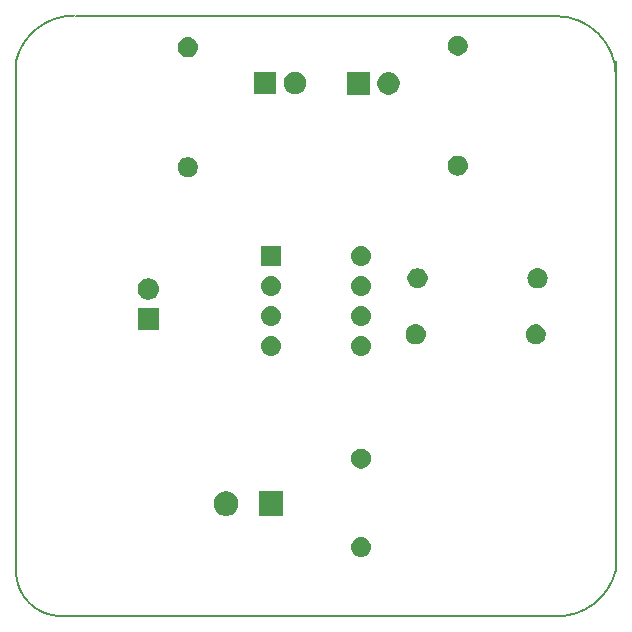
<source format=gbr>
G04 #@! TF.GenerationSoftware,KiCad,Pcbnew,(5.0.2)-1*
G04 #@! TF.CreationDate,2019-03-28T21:57:09+05:00*
G04 #@! TF.ProjectId,LM555Blinky,4c4d3535-3542-46c6-996e-6b792e6b6963,rev?*
G04 #@! TF.SameCoordinates,Original*
G04 #@! TF.FileFunction,Soldermask,Bot*
G04 #@! TF.FilePolarity,Negative*
%FSLAX46Y46*%
G04 Gerber Fmt 4.6, Leading zero omitted, Abs format (unit mm)*
G04 Created by KiCad (PCBNEW (5.0.2)-1) date 3/28/2019 9:57:09 PM*
%MOMM*%
%LPD*%
G01*
G04 APERTURE LIST*
%ADD10C,0.150000*%
%ADD11C,0.100000*%
G04 APERTURE END LIST*
D10*
X210820000Y-63500000D02*
G75*
G02X215900000Y-68580000I0J-5080000D01*
G01*
X165100000Y-67310000D02*
G75*
G02X170028324Y-63462081I4928324J-1232081D01*
G01*
X215865426Y-110481356D02*
G75*
G02X210820000Y-114300000I-4893750J1223437D01*
G01*
X168910000Y-114300000D02*
G75*
G02X165100000Y-110490000I0J3810000D01*
G01*
X165100000Y-110490000D02*
X165100000Y-67310000D01*
X168910000Y-114300000D02*
X210820000Y-114300000D01*
X215900000Y-67310000D02*
X215900000Y-110490000D01*
X170180000Y-63500000D02*
X210820000Y-63500000D01*
D11*
G36*
X194476821Y-107626313D02*
X194476824Y-107626314D01*
X194476825Y-107626314D01*
X194637239Y-107674975D01*
X194637241Y-107674976D01*
X194637244Y-107674977D01*
X194785078Y-107753995D01*
X194914659Y-107860341D01*
X195021005Y-107989922D01*
X195100023Y-108137756D01*
X195148687Y-108298179D01*
X195165117Y-108465000D01*
X195148687Y-108631821D01*
X195100023Y-108792244D01*
X195021005Y-108940078D01*
X194914659Y-109069659D01*
X194785078Y-109176005D01*
X194637244Y-109255023D01*
X194637241Y-109255024D01*
X194637239Y-109255025D01*
X194476825Y-109303686D01*
X194476824Y-109303686D01*
X194476821Y-109303687D01*
X194351804Y-109316000D01*
X194268196Y-109316000D01*
X194143179Y-109303687D01*
X194143176Y-109303686D01*
X194143175Y-109303686D01*
X193982761Y-109255025D01*
X193982759Y-109255024D01*
X193982756Y-109255023D01*
X193834922Y-109176005D01*
X193705341Y-109069659D01*
X193598995Y-108940078D01*
X193519977Y-108792244D01*
X193471313Y-108631821D01*
X193454883Y-108465000D01*
X193471313Y-108298179D01*
X193519977Y-108137756D01*
X193598995Y-107989922D01*
X193705341Y-107860341D01*
X193834922Y-107753995D01*
X193982756Y-107674977D01*
X193982759Y-107674976D01*
X193982761Y-107674975D01*
X194143175Y-107626314D01*
X194143176Y-107626314D01*
X194143179Y-107626313D01*
X194268196Y-107614000D01*
X194351804Y-107614000D01*
X194476821Y-107626313D01*
X194476821Y-107626313D01*
G37*
G36*
X187741000Y-105826000D02*
X185639000Y-105826000D01*
X185639000Y-103724000D01*
X187741000Y-103724000D01*
X187741000Y-105826000D01*
X187741000Y-105826000D01*
G37*
G36*
X183196565Y-103764389D02*
X183387834Y-103843615D01*
X183559976Y-103958637D01*
X183706363Y-104105024D01*
X183821385Y-104277166D01*
X183900611Y-104468435D01*
X183941000Y-104671484D01*
X183941000Y-104878516D01*
X183900611Y-105081565D01*
X183821385Y-105272834D01*
X183706363Y-105444976D01*
X183559976Y-105591363D01*
X183387834Y-105706385D01*
X183196565Y-105785611D01*
X182993516Y-105826000D01*
X182786484Y-105826000D01*
X182583435Y-105785611D01*
X182392166Y-105706385D01*
X182220024Y-105591363D01*
X182073637Y-105444976D01*
X181958615Y-105272834D01*
X181879389Y-105081565D01*
X181839000Y-104878516D01*
X181839000Y-104671484D01*
X181879389Y-104468435D01*
X181958615Y-104277166D01*
X182073637Y-104105024D01*
X182220024Y-103958637D01*
X182392166Y-103843615D01*
X182583435Y-103764389D01*
X182786484Y-103724000D01*
X182993516Y-103724000D01*
X183196565Y-103764389D01*
X183196565Y-103764389D01*
G37*
G36*
X194558228Y-100146703D02*
X194713100Y-100210853D01*
X194852481Y-100303985D01*
X194971015Y-100422519D01*
X195064147Y-100561900D01*
X195128297Y-100716772D01*
X195161000Y-100881184D01*
X195161000Y-101048816D01*
X195128297Y-101213228D01*
X195064147Y-101368100D01*
X194971015Y-101507481D01*
X194852481Y-101626015D01*
X194713100Y-101719147D01*
X194558228Y-101783297D01*
X194393816Y-101816000D01*
X194226184Y-101816000D01*
X194061772Y-101783297D01*
X193906900Y-101719147D01*
X193767519Y-101626015D01*
X193648985Y-101507481D01*
X193555853Y-101368100D01*
X193491703Y-101213228D01*
X193459000Y-101048816D01*
X193459000Y-100881184D01*
X193491703Y-100716772D01*
X193555853Y-100561900D01*
X193648985Y-100422519D01*
X193767519Y-100303985D01*
X193906900Y-100210853D01*
X194061772Y-100146703D01*
X194226184Y-100114000D01*
X194393816Y-100114000D01*
X194558228Y-100146703D01*
X194558228Y-100146703D01*
G37*
G36*
X186856821Y-90601313D02*
X186856824Y-90601314D01*
X186856825Y-90601314D01*
X187017239Y-90649975D01*
X187017241Y-90649976D01*
X187017244Y-90649977D01*
X187165078Y-90728995D01*
X187294659Y-90835341D01*
X187401005Y-90964922D01*
X187480023Y-91112756D01*
X187480024Y-91112759D01*
X187480025Y-91112761D01*
X187518629Y-91240023D01*
X187528687Y-91273179D01*
X187545117Y-91440000D01*
X187528687Y-91606821D01*
X187480023Y-91767244D01*
X187401005Y-91915078D01*
X187294659Y-92044659D01*
X187165078Y-92151005D01*
X187017244Y-92230023D01*
X187017241Y-92230024D01*
X187017239Y-92230025D01*
X186856825Y-92278686D01*
X186856824Y-92278686D01*
X186856821Y-92278687D01*
X186731804Y-92291000D01*
X186648196Y-92291000D01*
X186523179Y-92278687D01*
X186523176Y-92278686D01*
X186523175Y-92278686D01*
X186362761Y-92230025D01*
X186362759Y-92230024D01*
X186362756Y-92230023D01*
X186214922Y-92151005D01*
X186085341Y-92044659D01*
X185978995Y-91915078D01*
X185899977Y-91767244D01*
X185851313Y-91606821D01*
X185834883Y-91440000D01*
X185851313Y-91273179D01*
X185861371Y-91240023D01*
X185899975Y-91112761D01*
X185899976Y-91112759D01*
X185899977Y-91112756D01*
X185978995Y-90964922D01*
X186085341Y-90835341D01*
X186214922Y-90728995D01*
X186362756Y-90649977D01*
X186362759Y-90649976D01*
X186362761Y-90649975D01*
X186523175Y-90601314D01*
X186523176Y-90601314D01*
X186523179Y-90601313D01*
X186648196Y-90589000D01*
X186731804Y-90589000D01*
X186856821Y-90601313D01*
X186856821Y-90601313D01*
G37*
G36*
X194476821Y-90601313D02*
X194476824Y-90601314D01*
X194476825Y-90601314D01*
X194637239Y-90649975D01*
X194637241Y-90649976D01*
X194637244Y-90649977D01*
X194785078Y-90728995D01*
X194914659Y-90835341D01*
X195021005Y-90964922D01*
X195100023Y-91112756D01*
X195100024Y-91112759D01*
X195100025Y-91112761D01*
X195138629Y-91240023D01*
X195148687Y-91273179D01*
X195165117Y-91440000D01*
X195148687Y-91606821D01*
X195100023Y-91767244D01*
X195021005Y-91915078D01*
X194914659Y-92044659D01*
X194785078Y-92151005D01*
X194637244Y-92230023D01*
X194637241Y-92230024D01*
X194637239Y-92230025D01*
X194476825Y-92278686D01*
X194476824Y-92278686D01*
X194476821Y-92278687D01*
X194351804Y-92291000D01*
X194268196Y-92291000D01*
X194143179Y-92278687D01*
X194143176Y-92278686D01*
X194143175Y-92278686D01*
X193982761Y-92230025D01*
X193982759Y-92230024D01*
X193982756Y-92230023D01*
X193834922Y-92151005D01*
X193705341Y-92044659D01*
X193598995Y-91915078D01*
X193519977Y-91767244D01*
X193471313Y-91606821D01*
X193454883Y-91440000D01*
X193471313Y-91273179D01*
X193481371Y-91240023D01*
X193519975Y-91112761D01*
X193519976Y-91112759D01*
X193519977Y-91112756D01*
X193598995Y-90964922D01*
X193705341Y-90835341D01*
X193834922Y-90728995D01*
X193982756Y-90649977D01*
X193982759Y-90649976D01*
X193982761Y-90649975D01*
X194143175Y-90601314D01*
X194143176Y-90601314D01*
X194143179Y-90601313D01*
X194268196Y-90589000D01*
X194351804Y-90589000D01*
X194476821Y-90601313D01*
X194476821Y-90601313D01*
G37*
G36*
X199106821Y-89611313D02*
X199106824Y-89611314D01*
X199106825Y-89611314D01*
X199267239Y-89659975D01*
X199267241Y-89659976D01*
X199267244Y-89659977D01*
X199415078Y-89738995D01*
X199544659Y-89845341D01*
X199651005Y-89974922D01*
X199730023Y-90122756D01*
X199730024Y-90122759D01*
X199730025Y-90122761D01*
X199778686Y-90283175D01*
X199778687Y-90283179D01*
X199795117Y-90450000D01*
X199778687Y-90616821D01*
X199778686Y-90616824D01*
X199778686Y-90616825D01*
X199744660Y-90728995D01*
X199730023Y-90777244D01*
X199651005Y-90925078D01*
X199544659Y-91054659D01*
X199415078Y-91161005D01*
X199267244Y-91240023D01*
X199267241Y-91240024D01*
X199267239Y-91240025D01*
X199106825Y-91288686D01*
X199106824Y-91288686D01*
X199106821Y-91288687D01*
X198981804Y-91301000D01*
X198898196Y-91301000D01*
X198773179Y-91288687D01*
X198773176Y-91288686D01*
X198773175Y-91288686D01*
X198612761Y-91240025D01*
X198612759Y-91240024D01*
X198612756Y-91240023D01*
X198464922Y-91161005D01*
X198335341Y-91054659D01*
X198228995Y-90925078D01*
X198149977Y-90777244D01*
X198135341Y-90728995D01*
X198101314Y-90616825D01*
X198101314Y-90616824D01*
X198101313Y-90616821D01*
X198084883Y-90450000D01*
X198101313Y-90283179D01*
X198101314Y-90283175D01*
X198149975Y-90122761D01*
X198149976Y-90122759D01*
X198149977Y-90122756D01*
X198228995Y-89974922D01*
X198335341Y-89845341D01*
X198464922Y-89738995D01*
X198612756Y-89659977D01*
X198612759Y-89659976D01*
X198612761Y-89659975D01*
X198773175Y-89611314D01*
X198773176Y-89611314D01*
X198773179Y-89611313D01*
X198898196Y-89599000D01*
X198981804Y-89599000D01*
X199106821Y-89611313D01*
X199106821Y-89611313D01*
G37*
G36*
X209348228Y-89631703D02*
X209503100Y-89695853D01*
X209642481Y-89788985D01*
X209761015Y-89907519D01*
X209854147Y-90046900D01*
X209918297Y-90201772D01*
X209951000Y-90366184D01*
X209951000Y-90533816D01*
X209918297Y-90698228D01*
X209854147Y-90853100D01*
X209761015Y-90992481D01*
X209642481Y-91111015D01*
X209503100Y-91204147D01*
X209348228Y-91268297D01*
X209183816Y-91301000D01*
X209016184Y-91301000D01*
X208851772Y-91268297D01*
X208696900Y-91204147D01*
X208557519Y-91111015D01*
X208438985Y-90992481D01*
X208345853Y-90853100D01*
X208281703Y-90698228D01*
X208249000Y-90533816D01*
X208249000Y-90366184D01*
X208281703Y-90201772D01*
X208345853Y-90046900D01*
X208438985Y-89907519D01*
X208557519Y-89788985D01*
X208696900Y-89695853D01*
X208851772Y-89631703D01*
X209016184Y-89599000D01*
X209183816Y-89599000D01*
X209348228Y-89631703D01*
X209348228Y-89631703D01*
G37*
G36*
X177201000Y-90051000D02*
X175399000Y-90051000D01*
X175399000Y-88249000D01*
X177201000Y-88249000D01*
X177201000Y-90051000D01*
X177201000Y-90051000D01*
G37*
G36*
X194476821Y-88061313D02*
X194476824Y-88061314D01*
X194476825Y-88061314D01*
X194637239Y-88109975D01*
X194637241Y-88109976D01*
X194637244Y-88109977D01*
X194785078Y-88188995D01*
X194914659Y-88295341D01*
X195021005Y-88424922D01*
X195100023Y-88572756D01*
X195148687Y-88733179D01*
X195165117Y-88900000D01*
X195148687Y-89066821D01*
X195100023Y-89227244D01*
X195021005Y-89375078D01*
X194914659Y-89504659D01*
X194785078Y-89611005D01*
X194637244Y-89690023D01*
X194637241Y-89690024D01*
X194637239Y-89690025D01*
X194476825Y-89738686D01*
X194476824Y-89738686D01*
X194476821Y-89738687D01*
X194351804Y-89751000D01*
X194268196Y-89751000D01*
X194143179Y-89738687D01*
X194143176Y-89738686D01*
X194143175Y-89738686D01*
X193982761Y-89690025D01*
X193982759Y-89690024D01*
X193982756Y-89690023D01*
X193834922Y-89611005D01*
X193705341Y-89504659D01*
X193598995Y-89375078D01*
X193519977Y-89227244D01*
X193471313Y-89066821D01*
X193454883Y-88900000D01*
X193471313Y-88733179D01*
X193519977Y-88572756D01*
X193598995Y-88424922D01*
X193705341Y-88295341D01*
X193834922Y-88188995D01*
X193982756Y-88109977D01*
X193982759Y-88109976D01*
X193982761Y-88109975D01*
X194143175Y-88061314D01*
X194143176Y-88061314D01*
X194143179Y-88061313D01*
X194268196Y-88049000D01*
X194351804Y-88049000D01*
X194476821Y-88061313D01*
X194476821Y-88061313D01*
G37*
G36*
X186856821Y-88061313D02*
X186856824Y-88061314D01*
X186856825Y-88061314D01*
X187017239Y-88109975D01*
X187017241Y-88109976D01*
X187017244Y-88109977D01*
X187165078Y-88188995D01*
X187294659Y-88295341D01*
X187401005Y-88424922D01*
X187480023Y-88572756D01*
X187528687Y-88733179D01*
X187545117Y-88900000D01*
X187528687Y-89066821D01*
X187480023Y-89227244D01*
X187401005Y-89375078D01*
X187294659Y-89504659D01*
X187165078Y-89611005D01*
X187017244Y-89690023D01*
X187017241Y-89690024D01*
X187017239Y-89690025D01*
X186856825Y-89738686D01*
X186856824Y-89738686D01*
X186856821Y-89738687D01*
X186731804Y-89751000D01*
X186648196Y-89751000D01*
X186523179Y-89738687D01*
X186523176Y-89738686D01*
X186523175Y-89738686D01*
X186362761Y-89690025D01*
X186362759Y-89690024D01*
X186362756Y-89690023D01*
X186214922Y-89611005D01*
X186085341Y-89504659D01*
X185978995Y-89375078D01*
X185899977Y-89227244D01*
X185851313Y-89066821D01*
X185834883Y-88900000D01*
X185851313Y-88733179D01*
X185899977Y-88572756D01*
X185978995Y-88424922D01*
X186085341Y-88295341D01*
X186214922Y-88188995D01*
X186362756Y-88109977D01*
X186362759Y-88109976D01*
X186362761Y-88109975D01*
X186523175Y-88061314D01*
X186523176Y-88061314D01*
X186523179Y-88061313D01*
X186648196Y-88049000D01*
X186731804Y-88049000D01*
X186856821Y-88061313D01*
X186856821Y-88061313D01*
G37*
G36*
X176410443Y-85715519D02*
X176476627Y-85722037D01*
X176586416Y-85755341D01*
X176646467Y-85773557D01*
X176785087Y-85847652D01*
X176802991Y-85857222D01*
X176814687Y-85866821D01*
X176940186Y-85969814D01*
X177023448Y-86071271D01*
X177052778Y-86107009D01*
X177052779Y-86107011D01*
X177136443Y-86263533D01*
X177136443Y-86263534D01*
X177187963Y-86433373D01*
X177205359Y-86610000D01*
X177187963Y-86786627D01*
X177153616Y-86899853D01*
X177136443Y-86956467D01*
X177132064Y-86964659D01*
X177052778Y-87112991D01*
X177023448Y-87148729D01*
X176940186Y-87250186D01*
X176838729Y-87333448D01*
X176802991Y-87362778D01*
X176802989Y-87362779D01*
X176646467Y-87446443D01*
X176589853Y-87463616D01*
X176476627Y-87497963D01*
X176410443Y-87504481D01*
X176344260Y-87511000D01*
X176255740Y-87511000D01*
X176189557Y-87504481D01*
X176123373Y-87497963D01*
X176010147Y-87463616D01*
X175953533Y-87446443D01*
X175797011Y-87362779D01*
X175797009Y-87362778D01*
X175761271Y-87333448D01*
X175659814Y-87250186D01*
X175576552Y-87148729D01*
X175547222Y-87112991D01*
X175467936Y-86964659D01*
X175463557Y-86956467D01*
X175446384Y-86899853D01*
X175412037Y-86786627D01*
X175394641Y-86610000D01*
X175412037Y-86433373D01*
X175463557Y-86263534D01*
X175463557Y-86263533D01*
X175547221Y-86107011D01*
X175547222Y-86107009D01*
X175576552Y-86071271D01*
X175659814Y-85969814D01*
X175785313Y-85866821D01*
X175797009Y-85857222D01*
X175814913Y-85847652D01*
X175953533Y-85773557D01*
X176013584Y-85755341D01*
X176123373Y-85722037D01*
X176189557Y-85715519D01*
X176255740Y-85709000D01*
X176344260Y-85709000D01*
X176410443Y-85715519D01*
X176410443Y-85715519D01*
G37*
G36*
X194476821Y-85521313D02*
X194476824Y-85521314D01*
X194476825Y-85521314D01*
X194637239Y-85569975D01*
X194637241Y-85569976D01*
X194637244Y-85569977D01*
X194785078Y-85648995D01*
X194914659Y-85755341D01*
X195021005Y-85884922D01*
X195100023Y-86032756D01*
X195148687Y-86193179D01*
X195165117Y-86360000D01*
X195148687Y-86526821D01*
X195148686Y-86526824D01*
X195148686Y-86526825D01*
X195141353Y-86551000D01*
X195100023Y-86687244D01*
X195021005Y-86835078D01*
X194914659Y-86964659D01*
X194785078Y-87071005D01*
X194637244Y-87150023D01*
X194637241Y-87150024D01*
X194637239Y-87150025D01*
X194476825Y-87198686D01*
X194476824Y-87198686D01*
X194476821Y-87198687D01*
X194351804Y-87211000D01*
X194268196Y-87211000D01*
X194143179Y-87198687D01*
X194143176Y-87198686D01*
X194143175Y-87198686D01*
X193982761Y-87150025D01*
X193982759Y-87150024D01*
X193982756Y-87150023D01*
X193834922Y-87071005D01*
X193705341Y-86964659D01*
X193598995Y-86835078D01*
X193519977Y-86687244D01*
X193478648Y-86551000D01*
X193471314Y-86526825D01*
X193471314Y-86526824D01*
X193471313Y-86526821D01*
X193454883Y-86360000D01*
X193471313Y-86193179D01*
X193519977Y-86032756D01*
X193598995Y-85884922D01*
X193705341Y-85755341D01*
X193834922Y-85648995D01*
X193982756Y-85569977D01*
X193982759Y-85569976D01*
X193982761Y-85569975D01*
X194143175Y-85521314D01*
X194143176Y-85521314D01*
X194143179Y-85521313D01*
X194268196Y-85509000D01*
X194351804Y-85509000D01*
X194476821Y-85521313D01*
X194476821Y-85521313D01*
G37*
G36*
X186856821Y-85521313D02*
X186856824Y-85521314D01*
X186856825Y-85521314D01*
X187017239Y-85569975D01*
X187017241Y-85569976D01*
X187017244Y-85569977D01*
X187165078Y-85648995D01*
X187294659Y-85755341D01*
X187401005Y-85884922D01*
X187480023Y-86032756D01*
X187528687Y-86193179D01*
X187545117Y-86360000D01*
X187528687Y-86526821D01*
X187528686Y-86526824D01*
X187528686Y-86526825D01*
X187521353Y-86551000D01*
X187480023Y-86687244D01*
X187401005Y-86835078D01*
X187294659Y-86964659D01*
X187165078Y-87071005D01*
X187017244Y-87150023D01*
X187017241Y-87150024D01*
X187017239Y-87150025D01*
X186856825Y-87198686D01*
X186856824Y-87198686D01*
X186856821Y-87198687D01*
X186731804Y-87211000D01*
X186648196Y-87211000D01*
X186523179Y-87198687D01*
X186523176Y-87198686D01*
X186523175Y-87198686D01*
X186362761Y-87150025D01*
X186362759Y-87150024D01*
X186362756Y-87150023D01*
X186214922Y-87071005D01*
X186085341Y-86964659D01*
X185978995Y-86835078D01*
X185899977Y-86687244D01*
X185858648Y-86551000D01*
X185851314Y-86526825D01*
X185851314Y-86526824D01*
X185851313Y-86526821D01*
X185834883Y-86360000D01*
X185851313Y-86193179D01*
X185899977Y-86032756D01*
X185978995Y-85884922D01*
X186085341Y-85755341D01*
X186214922Y-85648995D01*
X186362756Y-85569977D01*
X186362759Y-85569976D01*
X186362761Y-85569975D01*
X186523175Y-85521314D01*
X186523176Y-85521314D01*
X186523179Y-85521313D01*
X186648196Y-85509000D01*
X186731804Y-85509000D01*
X186856821Y-85521313D01*
X186856821Y-85521313D01*
G37*
G36*
X209426821Y-84861313D02*
X209426824Y-84861314D01*
X209426825Y-84861314D01*
X209587239Y-84909975D01*
X209587241Y-84909976D01*
X209587244Y-84909977D01*
X209735078Y-84988995D01*
X209864659Y-85095341D01*
X209971005Y-85224922D01*
X210050023Y-85372756D01*
X210050024Y-85372759D01*
X210050025Y-85372761D01*
X210095088Y-85521314D01*
X210098687Y-85533179D01*
X210115117Y-85700000D01*
X210098687Y-85866821D01*
X210098686Y-85866824D01*
X210098686Y-85866825D01*
X210067445Y-85969814D01*
X210050023Y-86027244D01*
X209971005Y-86175078D01*
X209864659Y-86304659D01*
X209735078Y-86411005D01*
X209587244Y-86490023D01*
X209587241Y-86490024D01*
X209587239Y-86490025D01*
X209426825Y-86538686D01*
X209426824Y-86538686D01*
X209426821Y-86538687D01*
X209301804Y-86551000D01*
X209218196Y-86551000D01*
X209093179Y-86538687D01*
X209093176Y-86538686D01*
X209093175Y-86538686D01*
X208932761Y-86490025D01*
X208932759Y-86490024D01*
X208932756Y-86490023D01*
X208784922Y-86411005D01*
X208655341Y-86304659D01*
X208548995Y-86175078D01*
X208469977Y-86027244D01*
X208452556Y-85969814D01*
X208421314Y-85866825D01*
X208421314Y-85866824D01*
X208421313Y-85866821D01*
X208404883Y-85700000D01*
X208421313Y-85533179D01*
X208424912Y-85521314D01*
X208469975Y-85372761D01*
X208469976Y-85372759D01*
X208469977Y-85372756D01*
X208548995Y-85224922D01*
X208655341Y-85095341D01*
X208784922Y-84988995D01*
X208932756Y-84909977D01*
X208932759Y-84909976D01*
X208932761Y-84909975D01*
X209093175Y-84861314D01*
X209093176Y-84861314D01*
X209093179Y-84861313D01*
X209218196Y-84849000D01*
X209301804Y-84849000D01*
X209426821Y-84861313D01*
X209426821Y-84861313D01*
G37*
G36*
X199348228Y-84881703D02*
X199503100Y-84945853D01*
X199642481Y-85038985D01*
X199761015Y-85157519D01*
X199854147Y-85296900D01*
X199918297Y-85451772D01*
X199951000Y-85616184D01*
X199951000Y-85783816D01*
X199918297Y-85948228D01*
X199854147Y-86103100D01*
X199761015Y-86242481D01*
X199642481Y-86361015D01*
X199503100Y-86454147D01*
X199348228Y-86518297D01*
X199183816Y-86551000D01*
X199016184Y-86551000D01*
X198851772Y-86518297D01*
X198696900Y-86454147D01*
X198557519Y-86361015D01*
X198438985Y-86242481D01*
X198345853Y-86103100D01*
X198281703Y-85948228D01*
X198249000Y-85783816D01*
X198249000Y-85616184D01*
X198281703Y-85451772D01*
X198345853Y-85296900D01*
X198438985Y-85157519D01*
X198557519Y-85038985D01*
X198696900Y-84945853D01*
X198851772Y-84881703D01*
X199016184Y-84849000D01*
X199183816Y-84849000D01*
X199348228Y-84881703D01*
X199348228Y-84881703D01*
G37*
G36*
X187541000Y-84671000D02*
X185839000Y-84671000D01*
X185839000Y-82969000D01*
X187541000Y-82969000D01*
X187541000Y-84671000D01*
X187541000Y-84671000D01*
G37*
G36*
X194476821Y-82981313D02*
X194476824Y-82981314D01*
X194476825Y-82981314D01*
X194637239Y-83029975D01*
X194637241Y-83029976D01*
X194637244Y-83029977D01*
X194785078Y-83108995D01*
X194914659Y-83215341D01*
X195021005Y-83344922D01*
X195100023Y-83492756D01*
X195148687Y-83653179D01*
X195165117Y-83820000D01*
X195148687Y-83986821D01*
X195100023Y-84147244D01*
X195021005Y-84295078D01*
X194914659Y-84424659D01*
X194785078Y-84531005D01*
X194637244Y-84610023D01*
X194637241Y-84610024D01*
X194637239Y-84610025D01*
X194476825Y-84658686D01*
X194476824Y-84658686D01*
X194476821Y-84658687D01*
X194351804Y-84671000D01*
X194268196Y-84671000D01*
X194143179Y-84658687D01*
X194143176Y-84658686D01*
X194143175Y-84658686D01*
X193982761Y-84610025D01*
X193982759Y-84610024D01*
X193982756Y-84610023D01*
X193834922Y-84531005D01*
X193705341Y-84424659D01*
X193598995Y-84295078D01*
X193519977Y-84147244D01*
X193471313Y-83986821D01*
X193454883Y-83820000D01*
X193471313Y-83653179D01*
X193519977Y-83492756D01*
X193598995Y-83344922D01*
X193705341Y-83215341D01*
X193834922Y-83108995D01*
X193982756Y-83029977D01*
X193982759Y-83029976D01*
X193982761Y-83029975D01*
X194143175Y-82981314D01*
X194143176Y-82981314D01*
X194143179Y-82981313D01*
X194268196Y-82969000D01*
X194351804Y-82969000D01*
X194476821Y-82981313D01*
X194476821Y-82981313D01*
G37*
G36*
X179898228Y-75481703D02*
X180053100Y-75545853D01*
X180192481Y-75638985D01*
X180311015Y-75757519D01*
X180404147Y-75896900D01*
X180468297Y-76051772D01*
X180501000Y-76216184D01*
X180501000Y-76383816D01*
X180468297Y-76548228D01*
X180404147Y-76703100D01*
X180311015Y-76842481D01*
X180192481Y-76961015D01*
X180053100Y-77054147D01*
X179898228Y-77118297D01*
X179733816Y-77151000D01*
X179566184Y-77151000D01*
X179401772Y-77118297D01*
X179246900Y-77054147D01*
X179107519Y-76961015D01*
X178988985Y-76842481D01*
X178895853Y-76703100D01*
X178831703Y-76548228D01*
X178799000Y-76383816D01*
X178799000Y-76216184D01*
X178831703Y-76051772D01*
X178895853Y-75896900D01*
X178988985Y-75757519D01*
X179107519Y-75638985D01*
X179246900Y-75545853D01*
X179401772Y-75481703D01*
X179566184Y-75449000D01*
X179733816Y-75449000D01*
X179898228Y-75481703D01*
X179898228Y-75481703D01*
G37*
G36*
X202666821Y-75321313D02*
X202666824Y-75321314D01*
X202666825Y-75321314D01*
X202827239Y-75369975D01*
X202827241Y-75369976D01*
X202827244Y-75369977D01*
X202975078Y-75448995D01*
X203104659Y-75555341D01*
X203211005Y-75684922D01*
X203290023Y-75832756D01*
X203338687Y-75993179D01*
X203355117Y-76160000D01*
X203338687Y-76326821D01*
X203290023Y-76487244D01*
X203211005Y-76635078D01*
X203104659Y-76764659D01*
X202975078Y-76871005D01*
X202827244Y-76950023D01*
X202827241Y-76950024D01*
X202827239Y-76950025D01*
X202666825Y-76998686D01*
X202666824Y-76998686D01*
X202666821Y-76998687D01*
X202541804Y-77011000D01*
X202458196Y-77011000D01*
X202333179Y-76998687D01*
X202333176Y-76998686D01*
X202333175Y-76998686D01*
X202172761Y-76950025D01*
X202172759Y-76950024D01*
X202172756Y-76950023D01*
X202024922Y-76871005D01*
X201895341Y-76764659D01*
X201788995Y-76635078D01*
X201709977Y-76487244D01*
X201661313Y-76326821D01*
X201644883Y-76160000D01*
X201661313Y-75993179D01*
X201709977Y-75832756D01*
X201788995Y-75684922D01*
X201895341Y-75555341D01*
X202024922Y-75448995D01*
X202172756Y-75369977D01*
X202172759Y-75369976D01*
X202172761Y-75369975D01*
X202333175Y-75321314D01*
X202333176Y-75321314D01*
X202333179Y-75321313D01*
X202458196Y-75309000D01*
X202541804Y-75309000D01*
X202666821Y-75321313D01*
X202666821Y-75321313D01*
G37*
G36*
X195051000Y-70151000D02*
X193149000Y-70151000D01*
X193149000Y-68249000D01*
X195051000Y-68249000D01*
X195051000Y-70151000D01*
X195051000Y-70151000D01*
G37*
G36*
X196917396Y-68285546D02*
X197090466Y-68357234D01*
X197246230Y-68461312D01*
X197378688Y-68593770D01*
X197482766Y-68749534D01*
X197554454Y-68922604D01*
X197591000Y-69106333D01*
X197591000Y-69293667D01*
X197554454Y-69477396D01*
X197482766Y-69650466D01*
X197378688Y-69806230D01*
X197246230Y-69938688D01*
X197090466Y-70042766D01*
X196917396Y-70114454D01*
X196733667Y-70151000D01*
X196546333Y-70151000D01*
X196362604Y-70114454D01*
X196189534Y-70042766D01*
X196033770Y-69938688D01*
X195901312Y-69806230D01*
X195797234Y-69650466D01*
X195725546Y-69477396D01*
X195689000Y-69293667D01*
X195689000Y-69106333D01*
X195725546Y-68922604D01*
X195797234Y-68749534D01*
X195901312Y-68593770D01*
X196033770Y-68461312D01*
X196189534Y-68357234D01*
X196362604Y-68285546D01*
X196546333Y-68249000D01*
X196733667Y-68249000D01*
X196917396Y-68285546D01*
X196917396Y-68285546D01*
G37*
G36*
X187151000Y-70101000D02*
X185249000Y-70101000D01*
X185249000Y-68199000D01*
X187151000Y-68199000D01*
X187151000Y-70101000D01*
X187151000Y-70101000D01*
G37*
G36*
X189017396Y-68235546D02*
X189190466Y-68307234D01*
X189346230Y-68411312D01*
X189478688Y-68543770D01*
X189582766Y-68699534D01*
X189654454Y-68872604D01*
X189691000Y-69056333D01*
X189691000Y-69243667D01*
X189654454Y-69427396D01*
X189582766Y-69600466D01*
X189478688Y-69756230D01*
X189346230Y-69888688D01*
X189190466Y-69992766D01*
X189017396Y-70064454D01*
X188833667Y-70101000D01*
X188646333Y-70101000D01*
X188462604Y-70064454D01*
X188289534Y-69992766D01*
X188133770Y-69888688D01*
X188001312Y-69756230D01*
X187897234Y-69600466D01*
X187825546Y-69427396D01*
X187789000Y-69243667D01*
X187789000Y-69056333D01*
X187825546Y-68872604D01*
X187897234Y-68699534D01*
X188001312Y-68543770D01*
X188133770Y-68411312D01*
X188289534Y-68307234D01*
X188462604Y-68235546D01*
X188646333Y-68199000D01*
X188833667Y-68199000D01*
X189017396Y-68235546D01*
X189017396Y-68235546D01*
G37*
G36*
X179816821Y-65301313D02*
X179816824Y-65301314D01*
X179816825Y-65301314D01*
X179977239Y-65349975D01*
X179977241Y-65349976D01*
X179977244Y-65349977D01*
X180125078Y-65428995D01*
X180254659Y-65535341D01*
X180361005Y-65664922D01*
X180440023Y-65812756D01*
X180488687Y-65973179D01*
X180505117Y-66140000D01*
X180488687Y-66306821D01*
X180440023Y-66467244D01*
X180361005Y-66615078D01*
X180254659Y-66744659D01*
X180125078Y-66851005D01*
X179977244Y-66930023D01*
X179977241Y-66930024D01*
X179977239Y-66930025D01*
X179816825Y-66978686D01*
X179816824Y-66978686D01*
X179816821Y-66978687D01*
X179691804Y-66991000D01*
X179608196Y-66991000D01*
X179483179Y-66978687D01*
X179483176Y-66978686D01*
X179483175Y-66978686D01*
X179322761Y-66930025D01*
X179322759Y-66930024D01*
X179322756Y-66930023D01*
X179174922Y-66851005D01*
X179045341Y-66744659D01*
X178938995Y-66615078D01*
X178859977Y-66467244D01*
X178811313Y-66306821D01*
X178794883Y-66140000D01*
X178811313Y-65973179D01*
X178859977Y-65812756D01*
X178938995Y-65664922D01*
X179045341Y-65535341D01*
X179174922Y-65428995D01*
X179322756Y-65349977D01*
X179322759Y-65349976D01*
X179322761Y-65349975D01*
X179483175Y-65301314D01*
X179483176Y-65301314D01*
X179483179Y-65301313D01*
X179608196Y-65289000D01*
X179691804Y-65289000D01*
X179816821Y-65301313D01*
X179816821Y-65301313D01*
G37*
G36*
X202748228Y-65181703D02*
X202903100Y-65245853D01*
X203042481Y-65338985D01*
X203161015Y-65457519D01*
X203254147Y-65596900D01*
X203318297Y-65751772D01*
X203351000Y-65916184D01*
X203351000Y-66083816D01*
X203318297Y-66248228D01*
X203254147Y-66403100D01*
X203161015Y-66542481D01*
X203042481Y-66661015D01*
X202903100Y-66754147D01*
X202748228Y-66818297D01*
X202583816Y-66851000D01*
X202416184Y-66851000D01*
X202251772Y-66818297D01*
X202096900Y-66754147D01*
X201957519Y-66661015D01*
X201838985Y-66542481D01*
X201745853Y-66403100D01*
X201681703Y-66248228D01*
X201649000Y-66083816D01*
X201649000Y-65916184D01*
X201681703Y-65751772D01*
X201745853Y-65596900D01*
X201838985Y-65457519D01*
X201957519Y-65338985D01*
X202096900Y-65245853D01*
X202251772Y-65181703D01*
X202416184Y-65149000D01*
X202583816Y-65149000D01*
X202748228Y-65181703D01*
X202748228Y-65181703D01*
G37*
M02*

</source>
